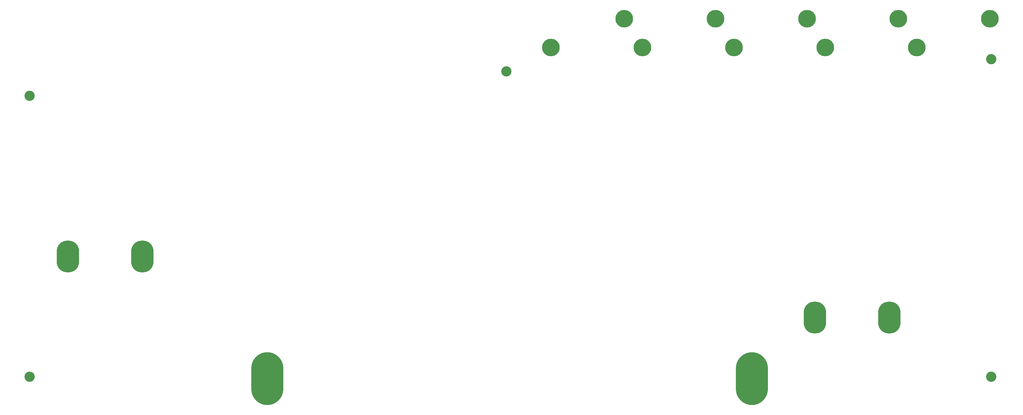
<source format=gts>
G04 #@! TF.GenerationSoftware,KiCad,Pcbnew,(5.1.10)-1*
G04 #@! TF.CreationDate,2021-10-10T16:01:55-07:00*
G04 #@! TF.ProjectId,Atari130MXPlate,41746172-6931-4333-904d-58506c617465,C.3*
G04 #@! TF.SameCoordinates,Original*
G04 #@! TF.FileFunction,Soldermask,Top*
G04 #@! TF.FilePolarity,Negative*
%FSLAX46Y46*%
G04 Gerber Fmt 4.6, Leading zero omitted, Abs format (unit mm)*
G04 Created by KiCad (PCBNEW (5.1.10)-1) date 2021-10-10 16:01:55*
%MOMM*%
%LPD*%
G01*
G04 APERTURE LIST*
%ADD10O,10.000000X16.500000*%
%ADD11O,7.000000X10.000000*%
%ADD12C,5.500000*%
%ADD13C,3.200000*%
G04 APERTURE END LIST*
D10*
X110970000Y-139010000D03*
X261970000Y-139010000D03*
D11*
X48810000Y-100860000D03*
X72010000Y-100860000D03*
X281595000Y-119960000D03*
X304795000Y-119960000D03*
D12*
X307670000Y-26740000D03*
X284870000Y-35740000D03*
X250670000Y-26740000D03*
X227870000Y-35740000D03*
X222170000Y-26740000D03*
X199370000Y-35740000D03*
X336170000Y-26740000D03*
X313370000Y-35740000D03*
X279170000Y-26740000D03*
X256370000Y-35740000D03*
D13*
X36830000Y-138430000D03*
X36830000Y-50800000D03*
X185420000Y-43180000D03*
X336550000Y-39370000D03*
X336550000Y-138430000D03*
M02*

</source>
